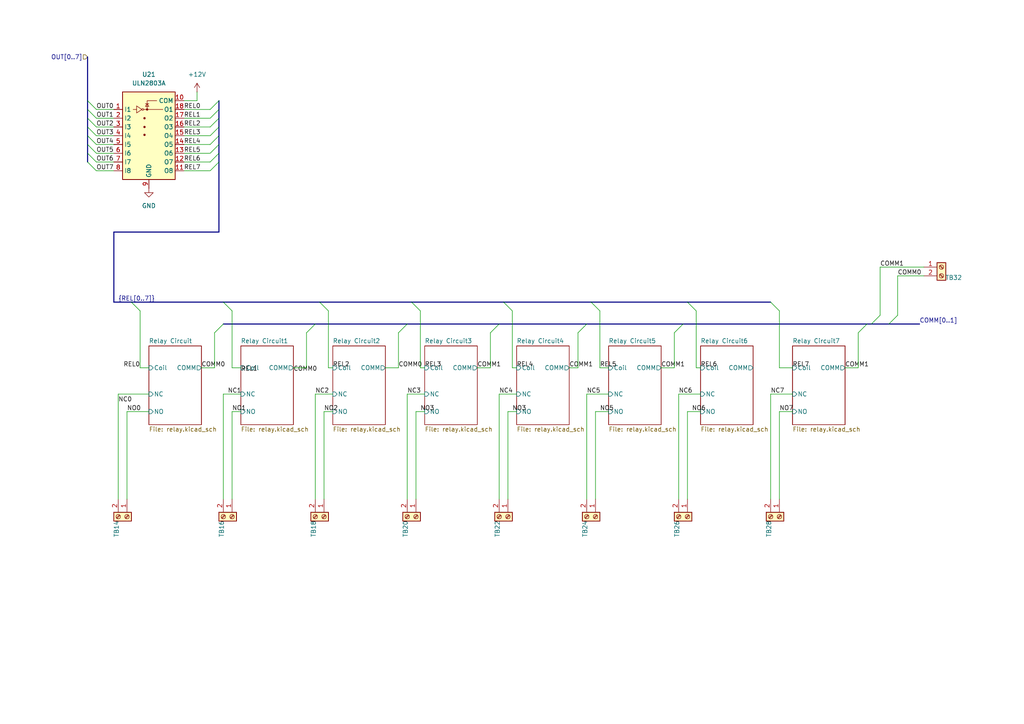
<source format=kicad_sch>
(kicad_sch (version 20250114) (generator "eeschema") (generator_version "9.0")
  (paper "A4")
  (lib_symbols
    (symbol "Connector:Screw_Terminal_01x02" (pin_names (offset 1.016) (hide yes))
      (property "Reference" "J" (at 0 2.54 0))
      (property "Value" "Screw_Terminal_01x02" (at 0 -5.08 0))
      (symbol "Screw_Terminal_01x02_1_1"
        (rectangle (start -1.27 1.27) (end 1.27 -3.81) (stroke (width 0.254)) (fill (type background)))
        (polyline (pts (xy -0.5334 0.3302) (xy 0.3302 -0.508)) (stroke (width 0.1524)))
        (polyline (pts (xy -0.5334 -2.2098) (xy 0.3302 -3.048)) (stroke (width 0.1524)))
        (polyline (pts (xy -0.3556 0.508) (xy 0.508 -0.3302)) (stroke (width 0.1524)))
        (polyline (pts (xy -0.3556 -2.032) (xy 0.508 -2.8702)) (stroke (width 0.1524)))
        (circle (center 0 0) (radius 0.635) (stroke (width 0.1524)))
        (circle (center 0 -2.54) (radius 0.635) (stroke (width 0.1524)))
        (pin passive line (at -5.08 0 0) (length 3.81) (name "Pin_1") (number "1"))
        (pin passive line (at -5.08 -2.54 0) (length 3.81) (name "Pin_2") (number "2"))
      )
    )
    (symbol "Transistor_Array:ULN2803A"
      (property "Reference" "U" (at 0 13.335 0))
      (property "Value" "ULN2803A" (at 0 11.43 0))
      (symbol "ULN2803A_0_1"
        (rectangle (start -7.62 -15.24) (end 7.62 10.16) (stroke (width 0.254)) (fill (type background)))
        (polyline (pts (xy -4.572 5.08) (xy -3.556 5.08)))
        (polyline (pts (xy -3.556 6.096) (xy -3.556 4.064) (xy -2.032 5.08) (xy -3.556 6.096)))
        (circle (center -1.778 5.08) (radius 0.254))
        (polyline (pts (xy -1.524 5.08) (xy 4.064 5.08)))
        (circle (center -1.27 2.54) (radius 0.254) (fill (type outline)))
        (circle (center -1.27 0) (radius 0.254) (fill (type outline)))
        (circle (center -1.27 -2.286) (radius 0.254) (fill (type outline)))
        (circle (center -0.508 5.08) (radius 0.254) (fill (type outline)))
        (polyline (pts (xy -0.508 5.08) (xy -0.508 7.62) (xy 2.286 7.62)))
        (polyline (pts (xy 0 6.731) (xy -1.016 6.731)))
        (polyline (pts (xy 0 5.969) (xy -1.016 5.969) (xy -0.508 6.731) (xy 0 5.969)))
      )
      (symbol "ULN2803A_1_1"
        (pin input line (at -10.16 5.08 0) (length 2.54) (name "I1") (number "1"))
        (pin input line (at -10.16 2.54 0) (length 2.54) (name "I2") (number "2"))
        (pin input line (at -10.16 0 0) (length 2.54) (name "I3") (number "3"))
        (pin input line (at -10.16 -2.54 0) (length 2.54) (name "I4") (number "4"))
        (pin input line (at -10.16 -5.08 0) (length 2.54) (name "I5") (number "5"))
        (pin input line (at -10.16 -7.62 0) (length 2.54) (name "I6") (number "6"))
        (pin input line (at -10.16 -10.16 0) (length 2.54) (name "I7") (number "7"))
        (pin input line (at -10.16 -12.7 0) (length 2.54) (name "I8") (number "8"))
        (pin power_in line (at 0 -17.78 90) (length 2.54) (name "GND") (number "9"))
        (pin passive line (at 10.16 7.62 180) (length 2.54) (name "COM") (number "10"))
        (pin open_collector line (at 10.16 5.08 180) (length 2.54) (name "O1") (number "18"))
        (pin open_collector line (at 10.16 2.54 180) (length 2.54) (name "O2") (number "17"))
        (pin open_collector line (at 10.16 0 180) (length 2.54) (name "O3") (number "16"))
        (pin open_collector line (at 10.16 -2.54 180) (length 2.54) (name "O4") (number "15"))
        (pin open_collector line (at 10.16 -5.08 180) (length 2.54) (name "O5") (number "14"))
        (pin open_collector line (at 10.16 -7.62 180) (length 2.54) (name "O6") (number "13"))
        (pin open_collector line (at 10.16 -10.16 180) (length 2.54) (name "O7") (number "12"))
        (pin open_collector line (at 10.16 -12.7 180) (length 2.54) (name "O8") (number "11"))
      )
    )
    (symbol "power:+12V" (power) (pin_numbers (hide yes)) (pin_names (offset 0) (hide yes))
      (property "Value" "+12V" (at 0 3.556 0))
      (symbol "+12V_0_1"
        (polyline (pts (xy -0.762 1.27) (xy 0 2.54)))
        (polyline (pts (xy 0 2.54) (xy 0.762 1.27)))
        (polyline (pts (xy 0 0) (xy 0 2.54)))
      )
      (symbol "+12V_1_1"
        (pin power_in line (at 0 0 90) (length 0) (name "~") (number "1"))
      )
    )
    (symbol "power:GND" (power) (pin_numbers (hide yes)) (pin_names (offset 0) (hide yes))
      (property "Value" "GND" (at 0 -3.81 0))
      (symbol "GND_0_1"
        (polyline (pts (xy 0 0) (xy 0 -1.27) (xy 1.27 -1.27) (xy 0 -2.54) (xy -1.27 -1.27) (xy 0 -1.27)))
      )
      (symbol "GND_1_1"
        (pin power_in line (at 0 0 270) (length 0) (name "~") (number "1"))
      )
    )
  )
  (bus_entry (at 25.4 44.45) (size 2.54 2.54))
  (bus_entry (at 119.38 87.63) (size 2.54 2.54))
  (bus_entry (at 92.71 87.63) (size 2.54 2.54))
  (bus_entry (at 63.5 29.21) (size -2.54 2.54))
  (bus_entry (at 25.4 34.29) (size 2.54 2.54))
  (bus_entry (at 63.5 41.91) (size -2.54 2.54))
  (bus_entry (at 171.45 87.63) (size 2.54 2.54))
  (bus_entry (at 144.78 93.98) (size -2.54 2.54))
  (bus_entry (at 63.5 36.83) (size -2.54 2.54))
  (bus_entry (at 38.1 87.63) (size 2.54 2.54))
  (bus_entry (at 25.4 36.83) (size 2.54 2.54))
  (bus_entry (at 25.4 29.21) (size 2.54 2.54))
  (bus_entry (at 223.52 87.63) (size 2.54 2.54))
  (bus_entry (at 251.46 93.98) (size -2.54 2.54))
  (bus_entry (at 63.5 39.37) (size -2.54 2.54))
  (bus_entry (at 91.44 93.98) (size -2.54 2.54))
  (bus_entry (at 64.77 87.63) (size 2.54 2.54))
  (bus_entry (at 25.4 39.37) (size 2.54 2.54))
  (bus_entry (at 252.73 93.98) (size 2.54 -2.54))
  (bus_entry (at 63.5 46.99) (size -2.54 2.54))
  (bus_entry (at 63.5 31.75) (size -2.54 2.54))
  (bus_entry (at 25.4 31.75) (size 2.54 2.54))
  (bus_entry (at 170.18 93.98) (size -2.54 2.54))
  (bus_entry (at 25.4 41.91) (size 2.54 2.54))
  (bus_entry (at 63.5 34.29) (size -2.54 2.54))
  (bus_entry (at 146.05 87.63) (size 2.54 2.54))
  (bus_entry (at 198.12 93.98) (size -2.54 2.54))
  (bus_entry (at 199.39 87.63) (size 2.54 2.54))
  (bus_entry (at 25.4 46.99) (size 2.54 2.54))
  (bus_entry (at 118.11 93.98) (size -2.54 2.54))
  (bus_entry (at 257.81 93.98) (size 2.54 -2.54))
  (bus_entry (at 63.5 44.45) (size -2.54 2.54))
  (bus_entry (at 64.77 93.98) (size -2.54 2.54))
  (bus (pts (xy 63.5 67.31) (xy 63.5 46.99)))
  (wire (pts (xy 147.32 144.78) (xy 147.32 119.38)))
  (bus (pts (xy 63.5 46.99) (xy 63.5 44.45)))
  (wire (pts (xy 27.94 34.29) (xy 33.02 34.29)))
  (wire (pts (xy 260.35 80.01) (xy 267.97 80.01)))
  (wire (pts (xy 142.24 106.68) (xy 138.43 106.68)))
  (wire (pts (xy 260.35 91.44) (xy 260.35 80.01)))
  (bus (pts (xy 64.77 87.63) (xy 92.71 87.63)))
  (wire (pts (xy 27.94 44.45) (xy 33.02 44.45)))
  (bus (pts (xy 25.4 36.83) (xy 25.4 39.37)))
  (bus (pts (xy 170.18 93.98) (xy 198.12 93.98)))
  (wire (pts (xy 170.18 144.78) (xy 170.18 114.3)))
  (wire (pts (xy 148.59 90.17) (xy 148.59 106.68)))
  (wire (pts (xy 53.34 49.53) (xy 60.96 49.53)))
  (bus (pts (xy 64.77 93.98) (xy 91.44 93.98)))
  (bus (pts (xy 144.78 93.98) (xy 170.18 93.98)))
  (wire (pts (xy 64.77 114.3) (xy 69.85 114.3)))
  (wire (pts (xy 147.32 119.38) (xy 149.86 119.38)))
  (wire (pts (xy 40.64 90.17) (xy 40.64 106.68)))
  (bus (pts (xy 251.46 93.98) (xy 252.73 93.98)))
  (wire (pts (xy 195.58 96.52) (xy 195.58 106.68)))
  (wire (pts (xy 173.99 90.17) (xy 173.99 106.68)))
  (wire (pts (xy 172.72 144.78) (xy 172.72 119.38)))
  (wire (pts (xy 172.72 119.38) (xy 176.53 119.38)))
  (bus (pts (xy 25.4 29.21) (xy 25.4 31.75)))
  (wire (pts (xy 248.92 106.68) (xy 245.11 106.68)))
  (wire (pts (xy 223.52 114.3) (xy 229.87 114.3)))
  (bus (pts (xy 91.44 93.98) (xy 118.11 93.98)))
  (wire (pts (xy 53.34 46.99) (xy 60.96 46.99)))
  (bus (pts (xy 92.71 87.63) (xy 119.38 87.63)))
  (wire (pts (xy 255.27 77.47) (xy 267.97 77.47)))
  (wire (pts (xy 27.94 36.83) (xy 33.02 36.83)))
  (wire (pts (xy 93.98 144.78) (xy 93.98 119.38)))
  (wire (pts (xy 27.94 46.99) (xy 33.02 46.99)))
  (wire (pts (xy 144.78 144.78) (xy 144.78 114.3)))
  (wire (pts (xy 67.31 119.38) (xy 69.85 119.38)))
  (wire (pts (xy 67.31 106.68) (xy 69.85 106.68)))
  (bus (pts (xy 63.5 31.75) (xy 63.5 34.29)))
  (wire (pts (xy 167.64 106.68) (xy 165.1 106.68)))
  (wire (pts (xy 148.59 106.68) (xy 149.86 106.68)))
  (wire (pts (xy 121.92 106.68) (xy 123.19 106.68)))
  (bus (pts (xy 33.02 87.63) (xy 38.1 87.63)))
  (wire (pts (xy 27.94 41.91) (xy 33.02 41.91)))
  (wire (pts (xy 53.34 44.45) (xy 60.96 44.45)))
  (wire (pts (xy 62.23 96.52) (xy 62.23 106.68)))
  (wire (pts (xy 53.34 41.91) (xy 60.96 41.91)))
  (bus (pts (xy 33.02 67.31) (xy 33.02 87.63)))
  (wire (pts (xy 115.57 96.52) (xy 115.57 106.68)))
  (wire (pts (xy 27.94 49.53) (xy 33.02 49.53)))
  (wire (pts (xy 91.44 144.78) (xy 91.44 114.3)))
  (wire (pts (xy 199.39 144.78) (xy 199.39 119.38)))
  (bus (pts (xy 25.4 31.75) (xy 25.4 34.29)))
  (wire (pts (xy 53.34 39.37) (xy 60.96 39.37)))
  (wire (pts (xy 120.65 119.38) (xy 123.19 119.38)))
  (wire (pts (xy 57.15 26.67) (xy 57.15 29.21)))
  (wire (pts (xy 57.15 29.21) (xy 53.34 29.21)))
  (bus (pts (xy 198.12 93.98) (xy 251.46 93.98)))
  (wire (pts (xy 142.24 96.52) (xy 142.24 106.68)))
  (wire (pts (xy 201.93 106.68) (xy 203.2 106.68)))
  (wire (pts (xy 34.29 114.3) (xy 43.18 114.3)))
  (wire (pts (xy 27.94 31.75) (xy 33.02 31.75)))
  (bus (pts (xy 63.5 44.45) (xy 63.5 41.91)))
  (wire (pts (xy 95.25 90.17) (xy 95.25 106.68)))
  (wire (pts (xy 27.94 39.37) (xy 33.02 39.37)))
  (bus (pts (xy 119.38 87.63) (xy 146.05 87.63)))
  (bus (pts (xy 25.4 16.51) (xy 25.4 29.21)))
  (wire (pts (xy 170.18 114.3) (xy 176.53 114.3)))
  (bus (pts (xy 63.5 41.91) (xy 63.5 39.37)))
  (wire (pts (xy 93.98 119.38) (xy 96.52 119.38)))
  (wire (pts (xy 226.06 106.68) (xy 229.87 106.68)))
  (bus (pts (xy 118.11 93.98) (xy 144.78 93.98)))
  (wire (pts (xy 201.93 90.17) (xy 201.93 106.68)))
  (bus (pts (xy 25.4 41.91) (xy 25.4 44.45)))
  (wire (pts (xy 144.78 114.3) (xy 149.86 114.3)))
  (wire (pts (xy 88.9 96.52) (xy 88.9 106.68)))
  (wire (pts (xy 248.92 96.52) (xy 248.92 106.68)))
  (wire (pts (xy 167.64 96.52) (xy 167.64 106.68)))
  (wire (pts (xy 36.83 144.78) (xy 36.83 119.38)))
  (bus (pts (xy 252.73 93.98) (xy 257.81 93.98)))
  (wire (pts (xy 196.85 144.78) (xy 196.85 114.3)))
  (wire (pts (xy 64.77 144.78) (xy 64.77 114.3)))
  (wire (pts (xy 34.29 114.3) (xy 34.29 144.78)))
  (wire (pts (xy 121.92 90.17) (xy 121.92 106.68)))
  (bus (pts (xy 63.5 36.83) (xy 63.5 34.29)))
  (wire (pts (xy 196.85 114.3) (xy 203.2 114.3)))
  (bus (pts (xy 25.4 39.37) (xy 25.4 41.91)))
  (wire (pts (xy 120.65 144.78) (xy 120.65 119.38)))
  (wire (pts (xy 60.96 31.75) (xy 53.34 31.75)))
  (bus (pts (xy 25.4 44.45) (xy 25.4 46.99)))
  (wire (pts (xy 118.11 114.3) (xy 118.11 144.78)))
  (bus (pts (xy 33.02 67.31) (xy 63.5 67.31)))
  (bus (pts (xy 257.81 93.98) (xy 266.7 93.98)))
  (wire (pts (xy 223.52 114.3) (xy 223.52 144.78)))
  (bus (pts (xy 199.39 87.63) (xy 223.52 87.63)))
  (bus (pts (xy 146.05 87.63) (xy 171.45 87.63)))
  (bus (pts (xy 63.5 39.37) (xy 63.5 36.83)))
  (wire (pts (xy 118.11 114.3) (xy 123.19 114.3)))
  (wire (pts (xy 226.06 144.78) (xy 226.06 119.38)))
  (wire (pts (xy 111.76 106.68) (xy 115.57 106.68)))
  (bus (pts (xy 38.1 87.63) (xy 64.77 87.63)))
  (wire (pts (xy 53.34 36.83) (xy 60.96 36.83)))
  (wire (pts (xy 95.25 106.68) (xy 96.52 106.68)))
  (wire (pts (xy 88.9 106.68) (xy 85.09 106.68)))
  (wire (pts (xy 53.34 34.29) (xy 60.96 34.29)))
  (bus (pts (xy 63.5 31.75) (xy 63.5 29.21)))
  (wire (pts (xy 173.99 106.68) (xy 176.53 106.68)))
  (wire (pts (xy 255.27 91.44) (xy 255.27 77.47)))
  (wire (pts (xy 67.31 90.17) (xy 67.31 106.68)))
  (wire (pts (xy 91.44 114.3) (xy 96.52 114.3)))
  (wire (pts (xy 67.31 144.78) (xy 67.31 119.38)))
  (wire (pts (xy 226.06 90.17) (xy 226.06 106.68)))
  (wire (pts (xy 226.06 119.38) (xy 229.87 119.38)))
  (wire (pts (xy 199.39 119.38) (xy 203.2 119.38)))
  (bus (pts (xy 25.4 34.29) (xy 25.4 36.83)))
  (wire (pts (xy 40.64 106.68) (xy 43.18 106.68)))
  (wire (pts (xy 195.58 106.68) (xy 191.77 106.68)))
  (bus (pts (xy 171.45 87.63) (xy 199.39 87.63)))
  (wire (pts (xy 36.83 119.38) (xy 43.18 119.38)))
  (wire (pts (xy 62.23 106.68) (xy 58.42 106.68)))
  (label "OUT0" (at 27.94 31.75 0))
  (label "OUT4" (at 27.94 41.91 0))
  (label "NC0" (at 34.29 116.84 0))
  (label "NO6" (at 200.66 119.38 0))
  (label "NC2" (at 91.44 114.3 0))
  (label "COMM0" (at 260.35 80.01 0))
  (label "REL5" (at 173.99 106.68 0))
  (label "NC6" (at 196.85 114.3 0))
  (label "OUT7" (at 27.94 49.53 0))
  (label "NO0" (at 36.83 119.38 0))
  (label "REL3" (at 123.19 106.68 0))
  (label "NC7" (at 223.52 114.3 0))
  (label "OUT5" (at 27.94 44.45 0))
  (label "REL6" (at 53.34 46.99 0))
  (label "REL3" (at 53.34 39.37 0))
  (label "NC3" (at 118.11 114.3 0))
  (label "OUT2" (at 27.94 36.83 0))
  (label "REL7" (at 229.87 106.68 0))
  (label "NO7" (at 226.06 119.38 0))
  (label "COMM[0..1]" (at 266.7 93.98 0))
  (label "REL4" (at 149.86 106.68 0))
  (label "COMM0" (at 58.42 106.68 0))
  (label "OUT1" (at 27.94 34.29 0))
  (label "NC5" (at 170.18 114.3 0))
  (label "COMM1" (at 191.77 106.68 0))
  (label "COMM1" (at 245.11 106.68 0))
  (label "NO3" (at 148.59 119.38 0))
  (label "COMM1" (at 138.43 106.68 0))
  (label "{REL[0..7]}" (at 34.29 87.63 0))
  (label "REL1" (at 69.85 107.95 0))
  (label "REL4" (at 53.34 41.91 0))
  (label "OUT3" (at 27.94 39.37 0))
  (label "REL0" (at 53.34 31.75 0))
  (label "REL5" (at 53.34 44.45 0))
  (label "COMM0" (at 115.57 106.68 0))
  (label "REL2" (at 96.52 106.68 0))
  (label "NC4" (at 144.78 114.3 0))
  (label "COMM1" (at 255.27 77.47 0))
  (label "COMM0" (at 85.09 107.95 0))
  (label "REL0" (at 40.64 106.68 180))
  (label "NO5" (at 173.99 119.38 0))
  (label "REL1" (at 53.34 34.29 0))
  (label "NC1" (at 66.04 114.3 0))
  (label "NO2" (at 93.98 119.38 0))
  (label "NO3" (at 121.92 119.38 0))
  (label "OUT6" (at 27.94 46.99 0))
  (label "REL6" (at 203.2 106.68 0))
  (label "NO1" (at 67.31 119.38 0))
  (label "REL7" (at 53.34 49.53 0))
  (label "COMM1" (at 165.1 106.68 0))
  (label "REL2" (at 53.34 36.83 0))
  (hierarchical_label "OUT[0..7]" (shape input) (at 25.4 16.51 180))
  (symbol (lib_id "Connector:Screw_Terminal_01x02") (at 172.72 149.86 270) (unit 1)
    (property "Reference" "TB23" (at 169.672 153.416 0))
    (property "Value" "MKDSN 1,5/ 2-5,08" (effects (hide yes)))
    (property "Footprint" "TerminalBlock_Phoenix:TerminalBlock_Phoenix_MKDS-1,5-2-5.08_1x02_P5.08mm_Horizontal" (effects (hide yes)))
    (property "Description" "Generic screw terminal, single row, 01x02, script generated (kicad-library-utils/schlib/autogen/connector/)" (effects (hide yes)))
    (property "Partnumber" "  MKDSN 1,5/ 2-5,08 " (effects (hide yes)))
    (property "LCSC" "C5183989" (effects (hide yes)))
    (property "Manufacturer" "Phoenix Contact" (effects (hide yes)))
    (instances (project "esp32-didatic-kit" (path "" (reference "TB24") (unit 1)) (path "" (reference "TB23") (unit 1))))
  )
  (symbol (lib_id "Connector:Screw_Terminal_01x02") (at 226.06 149.86 270) (unit 1)
    (property "Reference" "TB27" (at 223.012 153.416 0))
    (property "Value" "MKDSN 1,5/ 2-5,08" (effects (hide yes)))
    (property "Footprint" "TerminalBlock_Phoenix:TerminalBlock_Phoenix_MKDS-1,5-2-5.08_1x02_P5.08mm_Horizontal" (effects (hide yes)))
    (property "Description" "Generic screw terminal, single row, 01x02, script generated (kicad-library-utils/schlib/autogen/connector/)" (effects (hide yes)))
    (property "Partnumber" "  MKDSN 1,5/ 2-5,08 " (effects (hide yes)))
    (property "LCSC" "C5183989" (effects (hide yes)))
    (property "Manufacturer" "Phoenix Contact" (effects (hide yes)))
    (instances (project "esp32-didatic-kit" (path "" (reference "TB28") (unit 1)) (path "" (reference "TB27") (unit 1))))
  )
  (symbol (lib_id "Connector:Screw_Terminal_01x02") (at 120.65 149.86 270) (unit 1)
    (property "Reference" "TB19" (at 117.602 153.416 0))
    (property "Value" "MKDSN 1,5/ 2-5,08" (effects (hide yes)))
    (property "Footprint" "TerminalBlock_Phoenix:TerminalBlock_Phoenix_MKDS-1,5-2-5.08_1x02_P5.08mm_Horizontal" (effects (hide yes)))
    (property "Description" "Generic screw terminal, single row, 01x02, script generated (kicad-library-utils/schlib/autogen/connector/)" (effects (hide yes)))
    (property "Partnumber" "  MKDSN 1,5/ 2-5,08 " (effects (hide yes)))
    (property "LCSC" "C5183989" (effects (hide yes)))
    (property "Manufacturer" "Phoenix Contact" (effects (hide yes)))
    (instances (project "esp32-didatic-kit" (path "" (reference "TB20") (unit 1)) (path "" (reference "TB19") (unit 1))))
  )
  (symbol (lib_id "Connector:Screw_Terminal_01x02") (at 273.05 77.47 0) (unit 1)
    (property "Reference" "TB31" (at 276.606 80.518 0))
    (property "Value" "MKDSN 1,5/ 2-5,08" (effects (hide yes)))
    (property "Footprint" "TerminalBlock_Phoenix:TerminalBlock_Phoenix_MKDS-1,5-2-5.08_1x02_P5.08mm_Horizontal" (effects (hide yes)))
    (property "Description" "Generic screw terminal, single row, 01x02, script generated (kicad-library-utils/schlib/autogen/connector/)" (effects (hide yes)))
    (property "Partnumber" "  MKDSN 1,5/ 2-5,08 " (effects (hide yes)))
    (property "LCSC" "C5183989" (effects (hide yes)))
    (property "Manufacturer" "Phoenix Contact" (effects (hide yes)))
    (instances (project "esp32-didatic-kit" (path "" (reference "TB32") (unit 1)) (path "" (reference "TB31") (unit 1))))
  )
  (symbol (lib_id "power:GND") (at 43.18 54.61 0) (unit 1)
    (property "Reference" "#PWR079" (effects (hide yes)))
    (property "Value" "GND" (at 43.18 59.69 0))
    (property "Description" "Power symbol creates a global label with name \"GND\" , ground" (effects (hide yes)))
    (instances (project "esp32-didatic-kit" (path "" (reference "#PWR097") (unit 1)) (path "" (reference "#PWR079") (unit 1))))
  )
  (symbol (lib_id "Connector:Screw_Terminal_01x02") (at 199.39 149.86 270) (unit 1)
    (property "Reference" "TB25" (at 196.342 153.416 0))
    (property "Value" "MKDSN 1,5/ 2-5,08" (effects (hide yes)))
    (property "Footprint" "TerminalBlock_Phoenix:TerminalBlock_Phoenix_MKDS-1,5-2-5.08_1x02_P5.08mm_Horizontal" (effects (hide yes)))
    (property "Description" "Generic screw terminal, single row, 01x02, script generated (kicad-library-utils/schlib/autogen/connector/)" (effects (hide yes)))
    (property "Partnumber" "  MKDSN 1,5/ 2-5,08 " (effects (hide yes)))
    (property "LCSC" "C5183989" (effects (hide yes)))
    (property "Manufacturer" "Phoenix Contact" (effects (hide yes)))
    (instances (project "esp32-didatic-kit" (path "" (reference "TB26") (unit 1)) (path "" (reference "TB25") (unit 1))))
  )
  (symbol (lib_id "Connector:Screw_Terminal_01x02") (at 67.31 149.86 270) (unit 1)
    (property "Reference" "TB15" (at 64.262 153.416 0))
    (property "Value" "MKDSN 1,5/ 2-5,08" (effects (hide yes)))
    (property "Footprint" "TerminalBlock_Phoenix:TerminalBlock_Phoenix_MKDS-1,5-2-5.08_1x02_P5.08mm_Horizontal" (effects (hide yes)))
    (property "Description" "Generic screw terminal, single row, 01x02, script generated (kicad-library-utils/schlib/autogen/connector/)" (effects (hide yes)))
    (property "Partnumber" "  MKDSN 1,5/ 2-5,08 " (effects (hide yes)))
    (property "LCSC" "C5183989" (effects (hide yes)))
    (property "Manufacturer" "Phoenix Contact" (effects (hide yes)))
    (instances (project "esp32-didatic-kit" (path "" (reference "TB16") (unit 1)) (path "" (reference "TB15") (unit 1))))
  )
  (symbol (lib_id "Transistor_Array:ULN2803A") (at 43.18 36.83 0) (unit 1)
    (property "Reference" "U20" (at 43.18 21.59 0))
    (property "Value" "ULN2803A" (at 43.18 24.13 0))
    (property "Footprint" "Package_SO:SOIC-18W_7.5x11.6mm_P1.27mm" (effects (hide yes)))
    (property "Datasheet" "http://www.ti.com/lit/ds/symlink/uln2803a.pdf" (effects (hide yes)))
    (property "Description" "Darlington Transistor Arrays, SOIC18/DIP18" (effects (hide yes)))
    (property "Partnumber" "ULN2803ADWR" (effects (hide yes)))
    (instances (project "esp32-didatic-kit" (path "" (reference "U21") (unit 1)) (path "" (reference "U20") (unit 1))))
  )
  (symbol (lib_id "power:+12V") (at 57.15 26.67 0) (unit 1)
    (property "Reference" "#PWR080" (effects (hide yes)))
    (property "Value" "+12V" (at 57.15 21.59 0))
    (property "Description" "Power symbol creates a global label with name \"+12V\"" (effects (hide yes)))
    (instances (project "esp32-didatic-kit" (path "" (reference "#PWR098") (unit 1)) (path "" (reference "#PWR080") (unit 1))))
  )
  (symbol (lib_id "Connector:Screw_Terminal_01x02") (at 93.98 149.86 270) (unit 1)
    (property "Reference" "TB17" (at 90.932 153.416 0))
    (property "Value" "MKDSN 1,5/ 2-5,08" (effects (hide yes)))
    (property "Footprint" "TerminalBlock_Phoenix:TerminalBlock_Phoenix_MKDS-1,5-2-5.08_1x02_P5.08mm_Horizontal" (effects (hide yes)))
    (property "Description" "Generic screw terminal, single row, 01x02, script generated (kicad-library-utils/schlib/autogen/connector/)" (effects (hide yes)))
    (property "Partnumber" "  MKDSN 1,5/ 2-5,08 " (effects (hide yes)))
    (property "LCSC" "C5183989" (effects (hide yes)))
    (property "Manufacturer" "Phoenix Contact" (effects (hide yes)))
    (instances (project "esp32-didatic-kit" (path "" (reference "TB18") (unit 1)) (path "" (reference "TB17") (unit 1))))
  )
  (symbol (lib_id "Connector:Screw_Terminal_01x02") (at 147.32 149.86 270) (unit 1)
    (property "Reference" "TB21" (at 144.272 153.416 0))
    (property "Value" "MKDSN 1,5/ 2-5,08" (effects (hide yes)))
    (property "Footprint" "TerminalBlock_Phoenix:TerminalBlock_Phoenix_MKDS-1,5-2-5.08_1x02_P5.08mm_Horizontal" (effects (hide yes)))
    (property "Description" "Generic screw terminal, single row, 01x02, script generated (kicad-library-utils/schlib/autogen/connector/)" (effects (hide yes)))
    (property "Partnumber" "  MKDSN 1,5/ 2-5,08 " (effects (hide yes)))
    (property "LCSC" "C5183989" (effects (hide yes)))
    (property "Manufacturer" "Phoenix Contact" (effects (hide yes)))
    (instances (project "esp32-didatic-kit" (path "" (reference "TB22") (unit 1)) (path "" (reference "TB21") (unit 1))))
  )
  (symbol (lib_id "Connector:Screw_Terminal_01x02") (at 36.83 149.86 270) (unit 1)
    (property "Reference" "TB13" (at 33.782 153.416 0))
    (property "Value" "MKDSN 1,5/ 2-5,08" (effects (hide yes)))
    (property "Footprint" "TerminalBlock_Phoenix:TerminalBlock_Phoenix_MKDS-1,5-2-5.08_1x02_P5.08mm_Horizontal" (effects (hide yes)))
    (property "Description" "Generic screw terminal, single row, 01x02, script generated (kicad-library-utils/schlib/autogen/connector/)" (effects (hide yes)))
    (property "Partnumber" "  MKDSN 1,5/ 2-5,08 " (effects (hide yes)))
    (property "LCSC" "C5183989" (effects (hide yes)))
    (property "Manufacturer" "Phoenix Contact" (effects (hide yes)))
    (instances (project "esp32-didatic-kit" (path "" (reference "TB14") (unit 1)) (path "" (reference "TB13") (unit 1))))
  )
  (sheet (at 123.19 100.33) (size 15.24 22.86) (stroke (width 0.1524))
    (property "Sheetname" "Relay Circuit3" (at 123.19 99.6184 0) (effects (justify left bottom)))
    (property "Sheetfile" "relay.kicad_sch" (at 123.19 123.7746 0) (effects (justify left top)))
    (pin "Coil" input (at 123.19 106.68 180))
    (pin "COMM" output (at 138.43 106.68 0))
    (pin "NC" input (at 123.19 114.3 180))
    (pin "NO" input (at 123.19 119.38 180))
  )
  (sheet (at 149.86 100.33) (size 15.24 22.86) (stroke (width 0.1524))
    (property "Sheetname" "Relay Circuit4" (at 149.86 99.6184 0) (effects (justify left bottom)))
    (property "Sheetfile" "relay.kicad_sch" (at 149.86 123.7746 0) (effects (justify left top)))
    (pin "Coil" input (at 149.86 106.68 180))
    (pin "COMM" output (at 165.1 106.68 0))
    (pin "NC" input (at 149.86 114.3 180))
    (pin "NO" input (at 149.86 119.38 180))
  )
  (sheet (at 96.52 100.33) (size 15.24 22.86) (stroke (width 0.1524))
    (property "Sheetname" "Relay Circuit2" (at 96.52 99.6184 0) (effects (justify left bottom)))
    (property "Sheetfile" "relay.kicad_sch" (at 96.52 123.7746 0) (effects (justify left top)))
    (pin "Coil" input (at 96.52 106.68 180))
    (pin "COMM" output (at 111.76 106.68 0))
    (pin "NC" input (at 96.52 114.3 180))
    (pin "NO" input (at 96.52 119.38 180))
  )
  (sheet (at 69.85 100.33) (size 15.24 22.86) (stroke (width 0.1524))
    (property "Sheetname" "Relay Circuit1" (at 69.85 99.6184 0) (effects (justify left bottom)))
    (property "Sheetfile" "relay.kicad_sch" (at 69.85 123.7746 0) (effects (justify left top)))
    (pin "Coil" input (at 69.85 106.68 180))
    (pin "COMM" output (at 85.09 106.68 0))
    (pin "NC" input (at 69.85 114.3 180))
    (pin "NO" input (at 69.85 119.38 180))
  )
  (sheet (at 229.87 100.33) (size 15.24 22.86) (stroke (width 0.1524))
    (property "Sheetname" "Relay Circuit7" (at 229.87 99.6184 0) (effects (justify left bottom)))
    (property "Sheetfile" "relay.kicad_sch" (at 229.87 123.7746 0) (effects (justify left top)))
    (pin "Coil" input (at 229.87 106.68 180))
    (pin "COMM" output (at 245.11 106.68 0))
    (pin "NC" input (at 229.87 114.3 180))
    (pin "NO" input (at 229.87 119.38 180))
  )
  (sheet (at 176.53 100.33) (size 15.24 22.86) (stroke (width 0.1524))
    (property "Sheetname" "Relay Circuit5" (at 176.53 99.6184 0) (effects (justify left bottom)))
    (property "Sheetfile" "relay.kicad_sch" (at 176.53 123.7746 0) (effects (justify left top)))
    (pin "Coil" input (at 176.53 106.68 180))
    (pin "COMM" output (at 191.77 106.68 0))
    (pin "NC" input (at 176.53 114.3 180))
    (pin "NO" input (at 176.53 119.38 180))
  )
  (sheet (at 203.2 100.33) (size 15.24 22.86) (stroke (width 0.1524))
    (property "Sheetname" "Relay Circuit6" (at 203.2 99.6184 0) (effects (justify left bottom)))
    (property "Sheetfile" "relay.kicad_sch" (at 203.2 123.7746 0) (effects (justify left top)))
    (pin "Coil" input (at 203.2 106.68 180))
    (pin "COMM" output (at 218.44 106.68 0))
    (pin "NC" input (at 203.2 114.3 180))
    (pin "NO" input (at 203.2 119.38 180))
  )
  (sheet (at 43.18 100.33) (size 15.24 22.86) (stroke (width 0.1524))
    (property "Sheetname" "Relay Circuit" (at 43.18 99.6184 0) (effects (justify left bottom)))
    (property "Sheetfile" "relay.kicad_sch" (at 43.18 123.7746 0) (effects (justify left top)))
    (pin "Coil" input (at 43.18 106.68 180))
    (pin "COMM" output (at 58.42 106.68 0))
    (pin "NC" input (at 43.18 114.3 180))
    (pin "NO" input (at 43.18 119.38 180))
  )
)
</source>
